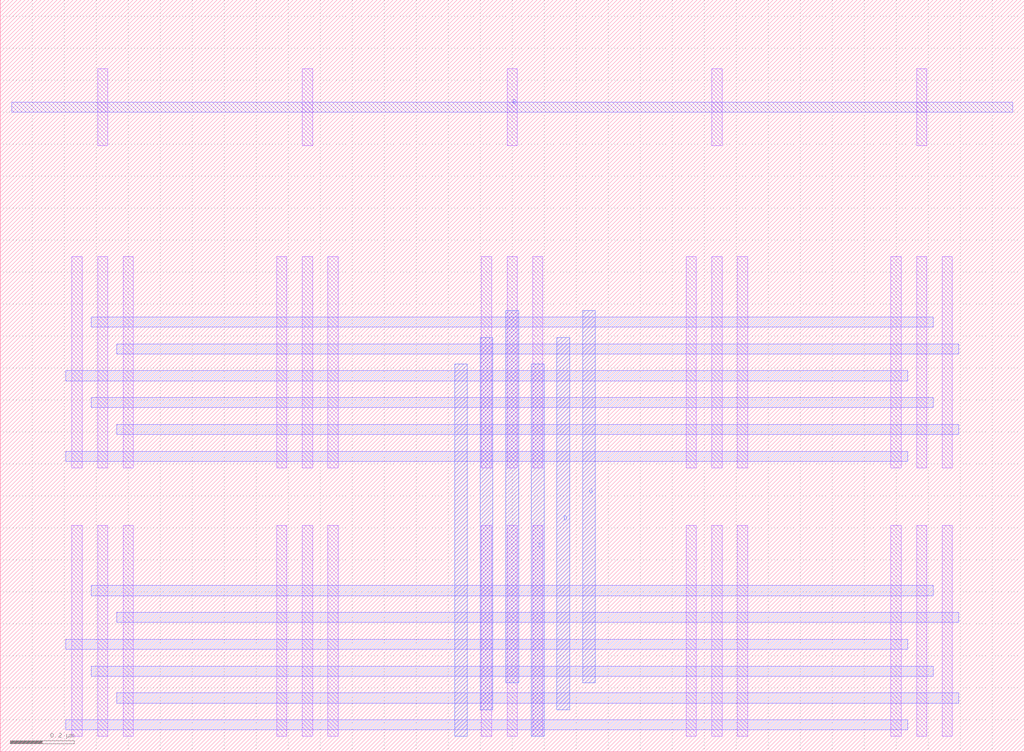
<source format=lef>
MACRO CMC_NMOS_S_n12_X3_Y1
  ORIGIN 0 0 ;
  FOREIGN CMC_NMOS_S_n12_X3_Y1 0 0 ;
  SIZE 3.8400 BY 1.5120 ;
  PIN S
    DIRECTION INOUT ;
    USE SIGNAL ;
    PORT
      LAYER M3 ;
        RECT 1.6600 0.0480 1.7000 0.4560 ;
      LAYER M3 ;
        RECT 1.9800 0.0480 2.0200 0.4560 ;
    END
  END S
  PIN DA
    DIRECTION INOUT ;
    USE SIGNAL ;
    PORT
      LAYER M3 ;
        RECT 1.7400 0.1320 1.7800 0.5400 ;
      LAYER M3 ;
        RECT 2.0600 0.1320 2.1000 0.5400 ;
    END
  END DA
  PIN DB
    DIRECTION INOUT ;
    USE SIGNAL ;
    PORT
      LAYER M3 ;
        RECT 1.8200 0.2160 1.8600 0.6240 ;
      LAYER M3 ;
        RECT 2.1400 0.2160 2.1800 0.6240 ;
    END
  END DB
  PIN G
    DIRECTION INOUT ;
    USE SIGNAL ;
    PORT
      LAYER M3 ;
        RECT 1.9000 0.3000 1.9400 0.7080 ;
      LAYER M3 ;
        RECT 2.2200 0.3000 2.2600 0.7080 ;
    END
  END G
  PIN B
    DIRECTION INOUT ;
    USE SIGNAL ;
    PORT
      LAYER M2 ;
        RECT 0.0360 1.1600 3.8040 1.1920 ;
    END
  END B
  OBS
    LAYER M1 ;
      RECT 0.3040 0.0480 0.3360 0.7080 ;
    LAYER M1 ;
      RECT 0.3040 1.0560 0.3360 1.2960 ;
    LAYER M1 ;
      RECT 0.2240 0.0480 0.2560 0.7080 ;
    LAYER M1 ;
      RECT 0.3840 0.0480 0.4160 0.7080 ;
    LAYER M1 ;
      RECT 0.9440 0.0480 0.9760 0.7080 ;
    LAYER M1 ;
      RECT 0.9440 1.0560 0.9760 1.2960 ;
    LAYER M1 ;
      RECT 0.8640 0.0480 0.8960 0.7080 ;
    LAYER M1 ;
      RECT 1.0240 0.0480 1.0560 0.7080 ;
    LAYER M1 ;
      RECT 1.5840 0.0480 1.6160 0.7080 ;
    LAYER M1 ;
      RECT 1.5840 1.0560 1.6160 1.2960 ;
    LAYER M1 ;
      RECT 1.5040 0.0480 1.5360 0.7080 ;
    LAYER M1 ;
      RECT 1.6640 0.0480 1.6960 0.7080 ;
    LAYER M1 ;
      RECT 2.2240 0.0480 2.2560 0.7080 ;
    LAYER M1 ;
      RECT 2.2240 1.0560 2.2560 1.2960 ;
    LAYER M1 ;
      RECT 2.1440 0.0480 2.1760 0.7080 ;
    LAYER M1 ;
      RECT 2.3040 0.0480 2.3360 0.7080 ;
    LAYER M1 ;
      RECT 2.8640 0.0480 2.8960 0.7080 ;
    LAYER M1 ;
      RECT 2.8640 1.0560 2.8960 1.2960 ;
    LAYER M1 ;
      RECT 2.7840 0.0480 2.8160 0.7080 ;
    LAYER M1 ;
      RECT 2.9440 0.0480 2.9760 0.7080 ;
    LAYER M1 ;
      RECT 3.5040 0.0480 3.5360 0.7080 ;
    LAYER M1 ;
      RECT 3.5040 1.0560 3.5360 1.2960 ;
    LAYER M1 ;
      RECT 3.4240 0.0480 3.4560 0.7080 ;
    LAYER M1 ;
      RECT 3.5840 0.0480 3.6160 0.7080 ;
    LAYER M2 ;
      RECT 0.2040 0.0680 3.4760 0.1000 ;
    LAYER M2 ;
      RECT 0.2040 0.4040 3.4760 0.4360 ;
    LAYER M2 ;
      RECT 0.3640 0.1520 2.9960 0.1840 ;
    LAYER M2 ;
      RECT 0.3640 0.4880 2.9960 0.5200 ;
    LAYER M2 ;
      RECT 1.0040 0.2360 3.6360 0.2680 ;
    LAYER M2 ;
      RECT 1.0040 0.5720 3.6360 0.6040 ;
    LAYER M2 ;
      RECT 0.2840 0.3200 3.5560 0.3520 ;
    LAYER M2 ;
      RECT 0.2840 0.6560 3.5560 0.6880 ;
  END
END CMC_NMOS_S_n12_X3_Y1
MACRO CMC_NMOS_n12_X2_Y1
  ORIGIN 0 0 ;
  FOREIGN CMC_NMOS_n12_X2_Y1 0 0 ;
  SIZE 2.5600 BY 1.5120 ;
  PIN SA
    DIRECTION INOUT ;
    USE SIGNAL ;
    PORT
      LAYER M2 ;
        RECT 0.2040 0.0680 2.3560 0.1000 ;
    END
  END SA
  PIN DA
    DIRECTION INOUT ;
    USE SIGNAL ;
    PORT
      LAYER M2 ;
        RECT 0.3640 0.1520 2.1960 0.1840 ;
    END
  END DA
  PIN SB
    DIRECTION INOUT ;
    USE SIGNAL ;
    PORT
      LAYER M2 ;
        RECT 0.8440 0.2360 1.7160 0.2680 ;
    END
  END SB
  PIN DB
    DIRECTION INOUT ;
    USE SIGNAL ;
    PORT
      LAYER M2 ;
        RECT 1.0040 0.3200 1.5560 0.3520 ;
    END
  END DB
  PIN G
    DIRECTION INOUT ;
    USE SIGNAL ;
    PORT
      LAYER M2 ;
        RECT 0.2840 0.4040 2.2760 0.4360 ;
    END
  END G
  PIN B
    DIRECTION INOUT ;
    USE SIGNAL ;
    PORT
      LAYER M2 ;
        RECT 0.0360 1.1600 2.5240 1.1920 ;
    END
  END B
  OBS
    LAYER M1 ;
      RECT 0.3040 0.0480 0.3360 0.7080 ;
    LAYER M1 ;
      RECT 0.3040 1.0560 0.3360 1.2960 ;
    LAYER M1 ;
      RECT 0.2240 0.0480 0.2560 0.7080 ;
    LAYER M1 ;
      RECT 0.3840 0.0480 0.4160 0.7080 ;
    LAYER M1 ;
      RECT 0.9440 0.0480 0.9760 0.7080 ;
    LAYER M1 ;
      RECT 0.9440 1.0560 0.9760 1.2960 ;
    LAYER M1 ;
      RECT 0.8640 0.0480 0.8960 0.7080 ;
    LAYER M1 ;
      RECT 1.0240 0.0480 1.0560 0.7080 ;
    LAYER M1 ;
      RECT 1.5840 0.0480 1.6160 0.7080 ;
    LAYER M1 ;
      RECT 1.5840 1.0560 1.6160 1.2960 ;
    LAYER M1 ;
      RECT 1.6640 0.0480 1.6960 0.7080 ;
    LAYER M1 ;
      RECT 1.5040 0.0480 1.5360 0.7080 ;
    LAYER M1 ;
      RECT 2.2240 0.0480 2.2560 0.7080 ;
    LAYER M1 ;
      RECT 2.2240 1.0560 2.2560 1.2960 ;
    LAYER M1 ;
      RECT 2.3040 0.0480 2.3360 0.7080 ;
    LAYER M1 ;
      RECT 2.1440 0.0480 2.1760 0.7080 ;
  END
END CMC_NMOS_n12_X2_Y1
MACRO DCL_NMOS_n12_X1_Y1
  ORIGIN 0 0 ;
  FOREIGN DCL_NMOS_n12_X1_Y1 0 0 ;
  SIZE 0.6400 BY 1.5120 ;
  PIN S
    DIRECTION INOUT ;
    USE SIGNAL ;
    PORT
      LAYER M3 ;
        RECT 0.2200 0.0480 0.2600 0.2880 ;
      LAYER M3 ;
        RECT 0.3800 0.0480 0.4200 0.2880 ;
    END
  END S
  PIN D
    DIRECTION INOUT ;
    USE SIGNAL ;
    PORT
      LAYER M3 ;
        RECT 0.3000 0.1320 0.3400 0.3720 ;
      LAYER M3 ;
        RECT 0.4600 0.1320 0.5000 0.3720 ;
    END
  END D
  PIN B
    DIRECTION INOUT ;
    USE SIGNAL ;
    PORT
      LAYER M2 ;
        RECT 0.0360 1.1600 0.6040 1.1920 ;
    END
  END B
  OBS
    LAYER M1 ;
      RECT 0.3040 0.0480 0.3360 0.7080 ;
    LAYER M1 ;
      RECT 0.3040 1.0560 0.3360 1.2960 ;
    LAYER M1 ;
      RECT 0.2240 0.0480 0.2560 0.7080 ;
    LAYER M1 ;
      RECT 0.3840 0.0480 0.4160 0.7080 ;
    LAYER M2 ;
      RECT 0.2040 0.0680 0.4360 0.1000 ;
    LAYER M2 ;
      RECT 0.2040 0.2360 0.4360 0.2680 ;
    LAYER M2 ;
      RECT 0.2040 0.1520 0.5160 0.1840 ;
    LAYER M2 ;
      RECT 0.2040 0.3200 0.5160 0.3520 ;
  END
END DCL_NMOS_n12_X1_Y1
MACRO DCL_NMOS_n12_X2_Y1
  ORIGIN 0 0 ;
  FOREIGN DCL_NMOS_n12_X2_Y1 0 0 ;
  SIZE 1.2800 BY 1.5120 ;
  PIN S
    DIRECTION INOUT ;
    USE SIGNAL ;
    PORT
      LAYER M3 ;
        RECT 0.5400 0.0480 0.5800 0.2880 ;
      LAYER M3 ;
        RECT 0.7000 0.0480 0.7400 0.2880 ;
    END
  END S
  PIN D
    DIRECTION INOUT ;
    USE SIGNAL ;
    PORT
      LAYER M3 ;
        RECT 0.6200 0.1320 0.6600 0.3720 ;
      LAYER M3 ;
        RECT 0.7800 0.1320 0.8200 0.3720 ;
    END
  END D
  PIN B
    DIRECTION INOUT ;
    USE SIGNAL ;
    PORT
      LAYER M2 ;
        RECT 0.0360 1.1600 1.2440 1.1920 ;
    END
  END B
  OBS
    LAYER M1 ;
      RECT 0.3040 0.0480 0.3360 0.7080 ;
    LAYER M1 ;
      RECT 0.3040 1.0560 0.3360 1.2960 ;
    LAYER M1 ;
      RECT 0.2240 0.0480 0.2560 0.7080 ;
    LAYER M1 ;
      RECT 0.3840 0.0480 0.4160 0.7080 ;
    LAYER M1 ;
      RECT 0.9440 0.0480 0.9760 0.7080 ;
    LAYER M1 ;
      RECT 0.9440 1.0560 0.9760 1.2960 ;
    LAYER M1 ;
      RECT 0.8640 0.0480 0.8960 0.7080 ;
    LAYER M1 ;
      RECT 1.0240 0.0480 1.0560 0.7080 ;
    LAYER M2 ;
      RECT 0.2040 0.0680 0.9160 0.1000 ;
    LAYER M2 ;
      RECT 0.2040 0.2360 0.9160 0.2680 ;
    LAYER M2 ;
      RECT 0.2840 0.1520 1.0760 0.1840 ;
    LAYER M2 ;
      RECT 0.2840 0.3200 1.0760 0.3520 ;
  END
END DCL_NMOS_n12_X2_Y1
MACRO DCL_PMOS_n12_X1_Y1
  ORIGIN 0 0 ;
  FOREIGN DCL_PMOS_n12_X1_Y1 0 0 ;
  SIZE 0.6400 BY 1.5120 ;
  PIN S
    DIRECTION INOUT ;
    USE SIGNAL ;
    PORT
      LAYER M3 ;
        RECT 0.2200 0.0480 0.2600 0.2880 ;
      LAYER M3 ;
        RECT 0.3800 0.0480 0.4200 0.2880 ;
    END
  END S
  PIN D
    DIRECTION INOUT ;
    USE SIGNAL ;
    PORT
      LAYER M3 ;
        RECT 0.3000 0.1320 0.3400 0.3720 ;
      LAYER M3 ;
        RECT 0.4600 0.1320 0.5000 0.3720 ;
    END
  END D
  PIN B
    DIRECTION INOUT ;
    USE SIGNAL ;
    PORT
      LAYER M2 ;
        RECT 0.0360 1.1600 0.6040 1.1920 ;
    END
  END B
  OBS
    LAYER M1 ;
      RECT 0.3040 0.0480 0.3360 0.7080 ;
    LAYER M1 ;
      RECT 0.3040 1.0560 0.3360 1.2960 ;
    LAYER M1 ;
      RECT 0.2240 0.0480 0.2560 0.7080 ;
    LAYER M1 ;
      RECT 0.3840 0.0480 0.4160 0.7080 ;
    LAYER M2 ;
      RECT 0.2040 0.0680 0.4360 0.1000 ;
    LAYER M2 ;
      RECT 0.2040 0.2360 0.4360 0.2680 ;
    LAYER M2 ;
      RECT 0.2040 0.1520 0.5160 0.1840 ;
    LAYER M2 ;
      RECT 0.2040 0.3200 0.5160 0.3520 ;
  END
END DCL_PMOS_n12_X1_Y1
MACRO DP_NMOS_n12_X3_Y1
  ORIGIN 0 0 ;
  FOREIGN DP_NMOS_n12_X3_Y1 0 0 ;
  SIZE 3.8400 BY 1.5120 ;
  PIN S
    DIRECTION INOUT ;
    USE SIGNAL ;
    PORT
      LAYER M2 ;
        RECT 0.2040 0.0680 3.4760 0.1000 ;
    END
  END S
  PIN DA
    DIRECTION INOUT ;
    USE SIGNAL ;
    PORT
      LAYER M2 ;
        RECT 0.3640 0.1520 2.9960 0.1840 ;
    END
  END DA
  PIN DB
    DIRECTION INOUT ;
    USE SIGNAL ;
    PORT
      LAYER M2 ;
        RECT 1.0040 0.2360 3.6360 0.2680 ;
    END
  END DB
  PIN GA
    DIRECTION INOUT ;
    USE SIGNAL ;
    PORT
      LAYER M2 ;
        RECT 0.2840 0.3200 2.9160 0.3520 ;
    END
  END GA
  PIN GB
    DIRECTION INOUT ;
    USE SIGNAL ;
    PORT
      LAYER M2 ;
        RECT 0.9240 0.4040 3.5560 0.4360 ;
    END
  END GB
  PIN B
    DIRECTION INOUT ;
    USE SIGNAL ;
    PORT
      LAYER M2 ;
        RECT 0.0360 1.1600 3.8040 1.1920 ;
    END
  END B
  OBS
    LAYER M1 ;
      RECT 0.3040 0.0480 0.3360 0.7080 ;
    LAYER M1 ;
      RECT 0.3040 1.0560 0.3360 1.2960 ;
    LAYER M1 ;
      RECT 0.2240 0.0480 0.2560 0.7080 ;
    LAYER M1 ;
      RECT 0.3840 0.0480 0.4160 0.7080 ;
    LAYER M1 ;
      RECT 0.9440 0.0480 0.9760 0.7080 ;
    LAYER M1 ;
      RECT 0.9440 1.0560 0.9760 1.2960 ;
    LAYER M1 ;
      RECT 0.8640 0.0480 0.8960 0.7080 ;
    LAYER M1 ;
      RECT 1.0240 0.0480 1.0560 0.7080 ;
    LAYER M1 ;
      RECT 1.5840 0.0480 1.6160 0.7080 ;
    LAYER M1 ;
      RECT 1.5840 1.0560 1.6160 1.2960 ;
    LAYER M1 ;
      RECT 1.5040 0.0480 1.5360 0.7080 ;
    LAYER M1 ;
      RECT 1.6640 0.0480 1.6960 0.7080 ;
    LAYER M1 ;
      RECT 2.2240 0.0480 2.2560 0.7080 ;
    LAYER M1 ;
      RECT 2.2240 1.0560 2.2560 1.2960 ;
    LAYER M1 ;
      RECT 2.1440 0.0480 2.1760 0.7080 ;
    LAYER M1 ;
      RECT 2.3040 0.0480 2.3360 0.7080 ;
    LAYER M1 ;
      RECT 2.8640 0.0480 2.8960 0.7080 ;
    LAYER M1 ;
      RECT 2.8640 1.0560 2.8960 1.2960 ;
    LAYER M1 ;
      RECT 2.7840 0.0480 2.8160 0.7080 ;
    LAYER M1 ;
      RECT 2.9440 0.0480 2.9760 0.7080 ;
    LAYER M1 ;
      RECT 3.5040 0.0480 3.5360 0.7080 ;
    LAYER M1 ;
      RECT 3.5040 1.0560 3.5360 1.2960 ;
    LAYER M1 ;
      RECT 3.4240 0.0480 3.4560 0.7080 ;
    LAYER M1 ;
      RECT 3.5840 0.0480 3.6160 0.7080 ;
  END
END DP_NMOS_n12_X3_Y1
MACRO SCM_NMOS_n12_X2_Y1
  ORIGIN 0 0 ;
  FOREIGN SCM_NMOS_n12_X2_Y1 0 0 ;
  SIZE 2.5600 BY 1.5120 ;
  PIN S
    DIRECTION INOUT ;
    USE SIGNAL ;
    PORT
      LAYER M3 ;
        RECT 1.1000 0.0480 1.1400 0.3720 ;
      LAYER M3 ;
        RECT 1.3400 0.0480 1.3800 0.3720 ;
    END
  END S
  PIN DA
    DIRECTION INOUT ;
    USE SIGNAL ;
    PORT
      LAYER M3 ;
        RECT 1.1800 0.1320 1.2200 0.4560 ;
      LAYER M3 ;
        RECT 1.4200 0.1320 1.4600 0.4560 ;
    END
  END DA
  PIN DB
    DIRECTION INOUT ;
    USE SIGNAL ;
    PORT
      LAYER M3 ;
        RECT 1.2600 0.2160 1.3000 0.5400 ;
      LAYER M3 ;
        RECT 1.5000 0.2160 1.5400 0.5400 ;
    END
  END DB
  PIN B
    DIRECTION INOUT ;
    USE SIGNAL ;
    PORT
      LAYER M2 ;
        RECT 0.0360 1.1600 2.5240 1.1920 ;
    END
  END B
  OBS
    LAYER M1 ;
      RECT 0.3040 0.0480 0.3360 0.7080 ;
    LAYER M1 ;
      RECT 0.3040 1.0560 0.3360 1.2960 ;
    LAYER M1 ;
      RECT 0.2240 0.0480 0.2560 0.7080 ;
    LAYER M1 ;
      RECT 0.3840 0.0480 0.4160 0.7080 ;
    LAYER M1 ;
      RECT 0.9440 0.0480 0.9760 0.7080 ;
    LAYER M1 ;
      RECT 0.9440 1.0560 0.9760 1.2960 ;
    LAYER M1 ;
      RECT 0.8640 0.0480 0.8960 0.7080 ;
    LAYER M1 ;
      RECT 1.0240 0.0480 1.0560 0.7080 ;
    LAYER M1 ;
      RECT 1.5840 0.0480 1.6160 0.7080 ;
    LAYER M1 ;
      RECT 1.5840 1.0560 1.6160 1.2960 ;
    LAYER M1 ;
      RECT 1.6640 0.0480 1.6960 0.7080 ;
    LAYER M1 ;
      RECT 1.5040 0.0480 1.5360 0.7080 ;
    LAYER M1 ;
      RECT 2.2240 0.0480 2.2560 0.7080 ;
    LAYER M1 ;
      RECT 2.2240 1.0560 2.2560 1.2960 ;
    LAYER M1 ;
      RECT 2.3040 0.0480 2.3360 0.7080 ;
    LAYER M1 ;
      RECT 2.1440 0.0480 2.1760 0.7080 ;
    LAYER M2 ;
      RECT 0.2040 0.0680 2.3560 0.1000 ;
    LAYER M2 ;
      RECT 0.2040 0.3200 2.3560 0.3520 ;
    LAYER M2 ;
      RECT 0.2840 0.1520 2.2760 0.1840 ;
    LAYER M2 ;
      RECT 0.2840 0.4040 2.2760 0.4360 ;
    LAYER M2 ;
      RECT 1.0040 0.2360 1.5560 0.2680 ;
    LAYER M2 ;
      RECT 1.0040 0.4880 1.5560 0.5200 ;
  END
END SCM_NMOS_n12_X2_Y1
MACRO Switch_NMOS_n12_X2_Y1
  ORIGIN 0 0 ;
  FOREIGN Switch_NMOS_n12_X2_Y1 0 0 ;
  SIZE 1.2800 BY 1.5120 ;
  PIN S
    DIRECTION INOUT ;
    USE SIGNAL ;
    PORT
      LAYER M3 ;
        RECT 0.4600 0.0480 0.5000 0.3720 ;
      LAYER M3 ;
        RECT 0.7000 0.0480 0.7400 0.3720 ;
    END
  END S
  PIN D
    DIRECTION INOUT ;
    USE SIGNAL ;
    PORT
      LAYER M3 ;
        RECT 0.5400 0.1320 0.5800 0.4560 ;
      LAYER M3 ;
        RECT 0.7800 0.1320 0.8200 0.4560 ;
    END
  END D
  PIN G
    DIRECTION INOUT ;
    USE SIGNAL ;
    PORT
      LAYER M3 ;
        RECT 0.6200 0.2160 0.6600 0.5400 ;
      LAYER M3 ;
        RECT 0.8600 0.2160 0.9000 0.5400 ;
    END
  END G
  PIN B
    DIRECTION INOUT ;
    USE SIGNAL ;
    PORT
      LAYER M2 ;
        RECT 0.0360 1.1600 1.2440 1.1920 ;
    END
  END B
  OBS
    LAYER M1 ;
      RECT 0.3040 0.0480 0.3360 0.7080 ;
    LAYER M1 ;
      RECT 0.3040 1.0560 0.3360 1.2960 ;
    LAYER M1 ;
      RECT 0.2240 0.0480 0.2560 0.7080 ;
    LAYER M1 ;
      RECT 0.3840 0.0480 0.4160 0.7080 ;
    LAYER M1 ;
      RECT 0.9440 0.0480 0.9760 0.7080 ;
    LAYER M1 ;
      RECT 0.9440 1.0560 0.9760 1.2960 ;
    LAYER M1 ;
      RECT 0.8640 0.0480 0.8960 0.7080 ;
    LAYER M1 ;
      RECT 1.0240 0.0480 1.0560 0.7080 ;
    LAYER M2 ;
      RECT 0.2040 0.0680 0.9160 0.1000 ;
    LAYER M2 ;
      RECT 0.2040 0.3200 0.9160 0.3520 ;
    LAYER M2 ;
      RECT 0.3640 0.1520 1.0760 0.1840 ;
    LAYER M2 ;
      RECT 0.3640 0.4040 1.0760 0.4360 ;
    LAYER M2 ;
      RECT 0.2840 0.2360 0.9960 0.2680 ;
    LAYER M2 ;
      RECT 0.2840 0.4880 0.9960 0.5200 ;
  END
END Switch_NMOS_n12_X2_Y1
MACRO Switch_NMOS_n12_X3_Y1
  ORIGIN 0 0 ;
  FOREIGN Switch_NMOS_n12_X3_Y1 0 0 ;
  SIZE 1.9200 BY 1.5120 ;
  PIN S
    DIRECTION INOUT ;
    USE SIGNAL ;
    PORT
      LAYER M3 ;
        RECT 0.7800 0.0480 0.8200 0.3720 ;
      LAYER M3 ;
        RECT 1.0200 0.0480 1.0600 0.3720 ;
    END
  END S
  PIN D
    DIRECTION INOUT ;
    USE SIGNAL ;
    PORT
      LAYER M3 ;
        RECT 0.8600 0.1320 0.9000 0.4560 ;
      LAYER M3 ;
        RECT 1.1000 0.1320 1.1400 0.4560 ;
    END
  END D
  PIN G
    DIRECTION INOUT ;
    USE SIGNAL ;
    PORT
      LAYER M3 ;
        RECT 0.9400 0.2160 0.9800 0.5400 ;
      LAYER M3 ;
        RECT 1.1800 0.2160 1.2200 0.5400 ;
    END
  END G
  PIN B
    DIRECTION INOUT ;
    USE SIGNAL ;
    PORT
      LAYER M2 ;
        RECT 0.0360 1.1600 1.8840 1.1920 ;
    END
  END B
  OBS
    LAYER M1 ;
      RECT 0.3040 0.0480 0.3360 0.7080 ;
    LAYER M1 ;
      RECT 0.3040 1.0560 0.3360 1.2960 ;
    LAYER M1 ;
      RECT 0.2240 0.0480 0.2560 0.7080 ;
    LAYER M1 ;
      RECT 0.3840 0.0480 0.4160 0.7080 ;
    LAYER M1 ;
      RECT 0.9440 0.0480 0.9760 0.7080 ;
    LAYER M1 ;
      RECT 0.9440 1.0560 0.9760 1.2960 ;
    LAYER M1 ;
      RECT 0.8640 0.0480 0.8960 0.7080 ;
    LAYER M1 ;
      RECT 1.0240 0.0480 1.0560 0.7080 ;
    LAYER M1 ;
      RECT 1.5840 0.0480 1.6160 0.7080 ;
    LAYER M1 ;
      RECT 1.5840 1.0560 1.6160 1.2960 ;
    LAYER M1 ;
      RECT 1.5040 0.0480 1.5360 0.7080 ;
    LAYER M1 ;
      RECT 1.6640 0.0480 1.6960 0.7080 ;
    LAYER M2 ;
      RECT 0.2040 0.0680 1.5560 0.1000 ;
    LAYER M2 ;
      RECT 0.2040 0.3200 1.5560 0.3520 ;
    LAYER M2 ;
      RECT 0.3640 0.1520 1.7160 0.1840 ;
    LAYER M2 ;
      RECT 0.3640 0.4040 1.7160 0.4360 ;
    LAYER M2 ;
      RECT 0.2840 0.2360 1.6360 0.2680 ;
    LAYER M2 ;
      RECT 0.2840 0.4880 1.6360 0.5200 ;
  END
END Switch_NMOS_n12_X3_Y1
MACRO Switch_PMOS_n12_X1_Y1
  ORIGIN 0 0 ;
  FOREIGN Switch_PMOS_n12_X1_Y1 0 0 ;
  SIZE 0.6400 BY 1.5120 ;
  PIN S
    DIRECTION INOUT ;
    USE SIGNAL ;
    PORT
      LAYER M3 ;
        RECT 0.1400 0.0480 0.1800 0.3720 ;
      LAYER M3 ;
        RECT 0.3800 0.0480 0.4200 0.3720 ;
    END
  END S
  PIN D
    DIRECTION INOUT ;
    USE SIGNAL ;
    PORT
      LAYER M3 ;
        RECT 0.2200 0.1320 0.2600 0.4560 ;
      LAYER M3 ;
        RECT 0.4600 0.1320 0.5000 0.4560 ;
    END
  END D
  PIN G
    DIRECTION INOUT ;
    USE SIGNAL ;
    PORT
      LAYER M3 ;
        RECT 0.3000 0.2160 0.3400 0.5400 ;
      LAYER M3 ;
        RECT 0.5400 0.2160 0.5800 0.5400 ;
    END
  END G
  PIN B
    DIRECTION INOUT ;
    USE SIGNAL ;
    PORT
      LAYER M2 ;
        RECT 0.0360 1.1600 0.6040 1.1920 ;
    END
  END B
  OBS
    LAYER M1 ;
      RECT 0.3040 0.0480 0.3360 0.7080 ;
    LAYER M1 ;
      RECT 0.3040 1.0560 0.3360 1.2960 ;
    LAYER M1 ;
      RECT 0.2240 0.0480 0.2560 0.7080 ;
    LAYER M1 ;
      RECT 0.3840 0.0480 0.4160 0.7080 ;
    LAYER M2 ;
      RECT 0.1240 0.0680 0.4360 0.1000 ;
    LAYER M2 ;
      RECT 0.1240 0.3200 0.4360 0.3520 ;
    LAYER M2 ;
      RECT 0.2040 0.1520 0.5160 0.1840 ;
    LAYER M2 ;
      RECT 0.2040 0.4040 0.5160 0.4360 ;
    LAYER M2 ;
      RECT 0.2040 0.2360 0.5960 0.2680 ;
    LAYER M2 ;
      RECT 0.2040 0.4880 0.5960 0.5200 ;
  END
END Switch_PMOS_n12_X1_Y1
MACRO Switch_PMOS_n12_X5_Y1
  ORIGIN 0 0 ;
  FOREIGN Switch_PMOS_n12_X5_Y1 0 0 ;
  SIZE 3.2000 BY 1.5120 ;
  PIN S
    DIRECTION INOUT ;
    USE SIGNAL ;
    PORT
      LAYER M3 ;
        RECT 1.4200 0.0480 1.4600 0.3720 ;
      LAYER M3 ;
        RECT 1.6600 0.0480 1.7000 0.3720 ;
    END
  END S
  PIN D
    DIRECTION INOUT ;
    USE SIGNAL ;
    PORT
      LAYER M3 ;
        RECT 1.5000 0.1320 1.5400 0.4560 ;
      LAYER M3 ;
        RECT 1.7400 0.1320 1.7800 0.4560 ;
    END
  END D
  PIN G
    DIRECTION INOUT ;
    USE SIGNAL ;
    PORT
      LAYER M3 ;
        RECT 1.5800 0.2160 1.6200 0.5400 ;
      LAYER M3 ;
        RECT 1.8200 0.2160 1.8600 0.5400 ;
    END
  END G
  PIN B
    DIRECTION INOUT ;
    USE SIGNAL ;
    PORT
      LAYER M2 ;
        RECT 0.0360 1.1600 3.1640 1.1920 ;
    END
  END B
  OBS
    LAYER M1 ;
      RECT 0.3040 0.0480 0.3360 0.7080 ;
    LAYER M1 ;
      RECT 0.3040 1.0560 0.3360 1.2960 ;
    LAYER M1 ;
      RECT 0.2240 0.0480 0.2560 0.7080 ;
    LAYER M1 ;
      RECT 0.3840 0.0480 0.4160 0.7080 ;
    LAYER M1 ;
      RECT 0.9440 0.0480 0.9760 0.7080 ;
    LAYER M1 ;
      RECT 0.9440 1.0560 0.9760 1.2960 ;
    LAYER M1 ;
      RECT 0.8640 0.0480 0.8960 0.7080 ;
    LAYER M1 ;
      RECT 1.0240 0.0480 1.0560 0.7080 ;
    LAYER M1 ;
      RECT 1.5840 0.0480 1.6160 0.7080 ;
    LAYER M1 ;
      RECT 1.5840 1.0560 1.6160 1.2960 ;
    LAYER M1 ;
      RECT 1.5040 0.0480 1.5360 0.7080 ;
    LAYER M1 ;
      RECT 1.6640 0.0480 1.6960 0.7080 ;
    LAYER M1 ;
      RECT 2.2240 0.0480 2.2560 0.7080 ;
    LAYER M1 ;
      RECT 2.2240 1.0560 2.2560 1.2960 ;
    LAYER M1 ;
      RECT 2.1440 0.0480 2.1760 0.7080 ;
    LAYER M1 ;
      RECT 2.3040 0.0480 2.3360 0.7080 ;
    LAYER M1 ;
      RECT 2.8640 0.0480 2.8960 0.7080 ;
    LAYER M1 ;
      RECT 2.8640 1.0560 2.8960 1.2960 ;
    LAYER M1 ;
      RECT 2.7840 0.0480 2.8160 0.7080 ;
    LAYER M1 ;
      RECT 2.9440 0.0480 2.9760 0.7080 ;
    LAYER M2 ;
      RECT 0.2040 0.0680 2.8360 0.1000 ;
    LAYER M2 ;
      RECT 0.2040 0.3200 2.8360 0.3520 ;
    LAYER M2 ;
      RECT 0.3640 0.1520 2.9960 0.1840 ;
    LAYER M2 ;
      RECT 0.3640 0.4040 2.9960 0.4360 ;
    LAYER M2 ;
      RECT 0.2840 0.2360 2.9160 0.2680 ;
    LAYER M2 ;
      RECT 0.2840 0.4880 2.9160 0.5200 ;
  END
END Switch_PMOS_n12_X5_Y1
MACRO Switch_PMOS_n12_X5_Y2
  ORIGIN 0 0 ;
  FOREIGN Switch_PMOS_n12_X5_Y2 0 0 ;
  SIZE 3.2000 BY 2.3520 ;
  PIN S
    DIRECTION INOUT ;
    USE SIGNAL ;
    PORT
      LAYER M3 ;
        RECT 1.4200 0.0480 1.4600 1.2120 ;
      LAYER M3 ;
        RECT 1.6600 0.0480 1.7000 1.2120 ;
    END
  END S
  PIN D
    DIRECTION INOUT ;
    USE SIGNAL ;
    PORT
      LAYER M3 ;
        RECT 1.5000 0.1320 1.5400 1.2960 ;
      LAYER M3 ;
        RECT 1.7400 0.1320 1.7800 1.2960 ;
    END
  END D
  PIN G
    DIRECTION INOUT ;
    USE SIGNAL ;
    PORT
      LAYER M3 ;
        RECT 1.5800 0.2160 1.6200 1.3800 ;
      LAYER M3 ;
        RECT 1.8200 0.2160 1.8600 1.3800 ;
    END
  END G
  PIN B
    DIRECTION INOUT ;
    USE SIGNAL ;
    PORT
      LAYER M2 ;
        RECT 0.0360 2.0000 3.1640 2.0320 ;
    END
  END B
  OBS
    LAYER M1 ;
      RECT 0.3040 0.0480 0.3360 0.7080 ;
    LAYER M1 ;
      RECT 0.3040 0.8880 0.3360 1.5480 ;
    LAYER M1 ;
      RECT 0.3040 1.8960 0.3360 2.1360 ;
    LAYER M1 ;
      RECT 0.2240 0.0480 0.2560 0.7080 ;
    LAYER M1 ;
      RECT 0.2240 0.8880 0.2560 1.5480 ;
    LAYER M1 ;
      RECT 0.3840 0.0480 0.4160 0.7080 ;
    LAYER M1 ;
      RECT 0.3840 0.8880 0.4160 1.5480 ;
    LAYER M1 ;
      RECT 0.9440 0.0480 0.9760 0.7080 ;
    LAYER M1 ;
      RECT 0.9440 0.8880 0.9760 1.5480 ;
    LAYER M1 ;
      RECT 0.9440 1.8960 0.9760 2.1360 ;
    LAYER M1 ;
      RECT 0.8640 0.0480 0.8960 0.7080 ;
    LAYER M1 ;
      RECT 0.8640 0.8880 0.8960 1.5480 ;
    LAYER M1 ;
      RECT 1.0240 0.0480 1.0560 0.7080 ;
    LAYER M1 ;
      RECT 1.0240 0.8880 1.0560 1.5480 ;
    LAYER M1 ;
      RECT 1.5840 0.0480 1.6160 0.7080 ;
    LAYER M1 ;
      RECT 1.5840 0.8880 1.6160 1.5480 ;
    LAYER M1 ;
      RECT 1.5840 1.8960 1.6160 2.1360 ;
    LAYER M1 ;
      RECT 1.5040 0.0480 1.5360 0.7080 ;
    LAYER M1 ;
      RECT 1.5040 0.8880 1.5360 1.5480 ;
    LAYER M1 ;
      RECT 1.6640 0.0480 1.6960 0.7080 ;
    LAYER M1 ;
      RECT 1.6640 0.8880 1.6960 1.5480 ;
    LAYER M1 ;
      RECT 2.2240 0.0480 2.2560 0.7080 ;
    LAYER M1 ;
      RECT 2.2240 0.8880 2.2560 1.5480 ;
    LAYER M1 ;
      RECT 2.2240 1.8960 2.2560 2.1360 ;
    LAYER M1 ;
      RECT 2.1440 0.0480 2.1760 0.7080 ;
    LAYER M1 ;
      RECT 2.1440 0.8880 2.1760 1.5480 ;
    LAYER M1 ;
      RECT 2.3040 0.0480 2.3360 0.7080 ;
    LAYER M1 ;
      RECT 2.3040 0.8880 2.3360 1.5480 ;
    LAYER M1 ;
      RECT 2.8640 0.0480 2.8960 0.7080 ;
    LAYER M1 ;
      RECT 2.8640 0.8880 2.8960 1.5480 ;
    LAYER M1 ;
      RECT 2.8640 1.8960 2.8960 2.1360 ;
    LAYER M1 ;
      RECT 2.7840 0.0480 2.8160 0.7080 ;
    LAYER M1 ;
      RECT 2.7840 0.8880 2.8160 1.5480 ;
    LAYER M1 ;
      RECT 2.9440 0.0480 2.9760 0.7080 ;
    LAYER M1 ;
      RECT 2.9440 0.8880 2.9760 1.5480 ;
    LAYER M2 ;
      RECT 0.2040 0.0680 2.8360 0.1000 ;
    LAYER M2 ;
      RECT 0.2040 0.3200 2.8360 0.3520 ;
    LAYER M2 ;
      RECT 0.3640 0.1520 2.9960 0.1840 ;
    LAYER M2 ;
      RECT 0.3640 0.4040 2.9960 0.4360 ;
    LAYER M2 ;
      RECT 0.2840 0.2360 2.9160 0.2680 ;
    LAYER M2 ;
      RECT 0.2840 0.4880 2.9160 0.5200 ;
    LAYER M2 ;
      RECT 0.2040 0.9080 2.8360 0.9400 ;
    LAYER M2 ;
      RECT 0.2040 1.1600 2.8360 1.1920 ;
    LAYER M2 ;
      RECT 0.3640 0.9920 2.9960 1.0240 ;
    LAYER M2 ;
      RECT 0.3640 1.2440 2.9960 1.2760 ;
    LAYER M2 ;
      RECT 0.2840 1.0760 2.9160 1.1080 ;
    LAYER M2 ;
      RECT 0.2840 1.3280 2.9160 1.3600 ;
  END
END Switch_PMOS_n12_X5_Y2

</source>
